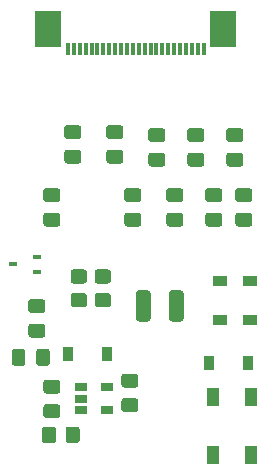
<source format=gbr>
%TF.GenerationSoftware,KiCad,Pcbnew,(5.1.10)-1*%
%TF.CreationDate,2021-11-28T18:03:10+01:00*%
%TF.ProjectId,M5StampC3,4d355374-616d-4704-9333-2e6b69636164,rev?*%
%TF.SameCoordinates,Original*%
%TF.FileFunction,Paste,Top*%
%TF.FilePolarity,Positive*%
%FSLAX46Y46*%
G04 Gerber Fmt 4.6, Leading zero omitted, Abs format (unit mm)*
G04 Created by KiCad (PCBNEW (5.1.10)-1) date 2021-11-28 18:03:10*
%MOMM*%
%LPD*%
G01*
G04 APERTURE LIST*
%ADD10R,1.000000X1.500000*%
%ADD11R,0.900000X1.200000*%
%ADD12R,1.060000X0.650000*%
%ADD13R,2.300000X3.100000*%
%ADD14R,0.300000X1.100000*%
%ADD15R,0.700000X0.450000*%
%ADD16R,1.200000X0.900000*%
G04 APERTURE END LIST*
D10*
%TO.C,D5*%
X136203999Y-74004000D03*
X133003999Y-74004000D03*
X136203999Y-78904000D03*
X133003999Y-78904000D03*
%TD*%
D11*
%TO.C,D4*%
X132716000Y-71120000D03*
X136016000Y-71120000D03*
%TD*%
D12*
%TO.C,U1*%
X124056000Y-73198000D03*
X124056000Y-75098000D03*
X121856000Y-75098000D03*
X121856000Y-74148000D03*
X121856000Y-73198000D03*
%TD*%
%TO.C,R3*%
G36*
G01*
X120542000Y-77666001D02*
X120542000Y-76765999D01*
G75*
G02*
X120791999Y-76516000I249999J0D01*
G01*
X121492001Y-76516000D01*
G75*
G02*
X121742000Y-76765999I0J-249999D01*
G01*
X121742000Y-77666001D01*
G75*
G02*
X121492001Y-77916000I-249999J0D01*
G01*
X120791999Y-77916000D01*
G75*
G02*
X120542000Y-77666001I0J249999D01*
G01*
G37*
G36*
G01*
X118542000Y-77666001D02*
X118542000Y-76765999D01*
G75*
G02*
X118791999Y-76516000I249999J0D01*
G01*
X119492001Y-76516000D01*
G75*
G02*
X119742000Y-76765999I0J-249999D01*
G01*
X119742000Y-77666001D01*
G75*
G02*
X119492001Y-77916000I-249999J0D01*
G01*
X118791999Y-77916000D01*
G75*
G02*
X118542000Y-77666001I0J249999D01*
G01*
G37*
%TD*%
%TO.C,C14*%
G36*
G01*
X126459000Y-73210000D02*
X125509000Y-73210000D01*
G75*
G02*
X125259000Y-72960000I0J250000D01*
G01*
X125259000Y-72285000D01*
G75*
G02*
X125509000Y-72035000I250000J0D01*
G01*
X126459000Y-72035000D01*
G75*
G02*
X126709000Y-72285000I0J-250000D01*
G01*
X126709000Y-72960000D01*
G75*
G02*
X126459000Y-73210000I-250000J0D01*
G01*
G37*
G36*
G01*
X126459000Y-75285000D02*
X125509000Y-75285000D01*
G75*
G02*
X125259000Y-75035000I0J250000D01*
G01*
X125259000Y-74360000D01*
G75*
G02*
X125509000Y-74110000I250000J0D01*
G01*
X126459000Y-74110000D01*
G75*
G02*
X126709000Y-74360000I0J-250000D01*
G01*
X126709000Y-75035000D01*
G75*
G02*
X126459000Y-75285000I-250000J0D01*
G01*
G37*
%TD*%
%TO.C,C13*%
G36*
G01*
X118905000Y-74618000D02*
X119855000Y-74618000D01*
G75*
G02*
X120105000Y-74868000I0J-250000D01*
G01*
X120105000Y-75543000D01*
G75*
G02*
X119855000Y-75793000I-250000J0D01*
G01*
X118905000Y-75793000D01*
G75*
G02*
X118655000Y-75543000I0J250000D01*
G01*
X118655000Y-74868000D01*
G75*
G02*
X118905000Y-74618000I250000J0D01*
G01*
G37*
G36*
G01*
X118905000Y-72543000D02*
X119855000Y-72543000D01*
G75*
G02*
X120105000Y-72793000I0J-250000D01*
G01*
X120105000Y-73468000D01*
G75*
G02*
X119855000Y-73718000I-250000J0D01*
G01*
X118905000Y-73718000D01*
G75*
G02*
X118655000Y-73468000I0J250000D01*
G01*
X118655000Y-72793000D01*
G75*
G02*
X118905000Y-72543000I250000J0D01*
G01*
G37*
%TD*%
D13*
%TO.C,U2*%
X119072000Y-42870000D03*
X133912000Y-42870000D03*
D14*
X120742000Y-44570000D03*
X121242000Y-44570000D03*
X121742000Y-44570000D03*
X122242000Y-44570000D03*
X122742000Y-44570000D03*
X123242000Y-44570000D03*
X123742000Y-44570000D03*
X124242000Y-44570000D03*
X124742000Y-44570000D03*
X125242000Y-44570000D03*
X125742000Y-44570000D03*
X126242000Y-44570000D03*
X126742000Y-44570000D03*
X127242000Y-44570000D03*
X127742000Y-44570000D03*
X128242000Y-44570000D03*
X128742000Y-44570000D03*
X129242000Y-44570000D03*
X129742000Y-44570000D03*
X130242000Y-44570000D03*
X130742000Y-44570000D03*
X131242000Y-44570000D03*
X131742000Y-44570000D03*
X132242000Y-44570000D03*
%TD*%
%TO.C,L1*%
G36*
G01*
X129299000Y-67369000D02*
X129299000Y-65219000D01*
G75*
G02*
X129549000Y-64969000I250000J0D01*
G01*
X130299000Y-64969000D01*
G75*
G02*
X130549000Y-65219000I0J-250000D01*
G01*
X130549000Y-67369000D01*
G75*
G02*
X130299000Y-67619000I-250000J0D01*
G01*
X129549000Y-67619000D01*
G75*
G02*
X129299000Y-67369000I0J250000D01*
G01*
G37*
G36*
G01*
X126499000Y-67369000D02*
X126499000Y-65219000D01*
G75*
G02*
X126749000Y-64969000I250000J0D01*
G01*
X127499000Y-64969000D01*
G75*
G02*
X127749000Y-65219000I0J-250000D01*
G01*
X127749000Y-67369000D01*
G75*
G02*
X127499000Y-67619000I-250000J0D01*
G01*
X126749000Y-67619000D01*
G75*
G02*
X126499000Y-67369000I0J250000D01*
G01*
G37*
%TD*%
D15*
%TO.C,Q1*%
X116094000Y-62778000D03*
X118094000Y-62128000D03*
X118094000Y-63428000D03*
%TD*%
%TO.C,R2*%
G36*
G01*
X123247999Y-65210000D02*
X124148001Y-65210000D01*
G75*
G02*
X124398000Y-65459999I0J-249999D01*
G01*
X124398000Y-66160001D01*
G75*
G02*
X124148001Y-66410000I-249999J0D01*
G01*
X123247999Y-66410000D01*
G75*
G02*
X122998000Y-66160001I0J249999D01*
G01*
X122998000Y-65459999D01*
G75*
G02*
X123247999Y-65210000I249999J0D01*
G01*
G37*
G36*
G01*
X123247999Y-63210000D02*
X124148001Y-63210000D01*
G75*
G02*
X124398000Y-63459999I0J-249999D01*
G01*
X124398000Y-64160001D01*
G75*
G02*
X124148001Y-64410000I-249999J0D01*
G01*
X123247999Y-64410000D01*
G75*
G02*
X122998000Y-64160001I0J249999D01*
G01*
X122998000Y-63459999D01*
G75*
G02*
X123247999Y-63210000I249999J0D01*
G01*
G37*
%TD*%
%TO.C,R1*%
G36*
G01*
X121215999Y-65210000D02*
X122116001Y-65210000D01*
G75*
G02*
X122366000Y-65459999I0J-249999D01*
G01*
X122366000Y-66160001D01*
G75*
G02*
X122116001Y-66410000I-249999J0D01*
G01*
X121215999Y-66410000D01*
G75*
G02*
X120966000Y-66160001I0J249999D01*
G01*
X120966000Y-65459999D01*
G75*
G02*
X121215999Y-65210000I249999J0D01*
G01*
G37*
G36*
G01*
X121215999Y-63210000D02*
X122116001Y-63210000D01*
G75*
G02*
X122366000Y-63459999I0J-249999D01*
G01*
X122366000Y-64160001D01*
G75*
G02*
X122116001Y-64410000I-249999J0D01*
G01*
X121215999Y-64410000D01*
G75*
G02*
X120966000Y-64160001I0J249999D01*
G01*
X120966000Y-63459999D01*
G75*
G02*
X121215999Y-63210000I249999J0D01*
G01*
G37*
%TD*%
D16*
%TO.C,D1*%
X133604000Y-67476000D03*
X133604000Y-64176000D03*
%TD*%
%TO.C,D2*%
X136144000Y-64176000D03*
X136144000Y-67476000D03*
%TD*%
D11*
%TO.C,D3*%
X120778000Y-70398000D03*
X124078000Y-70398000D03*
%TD*%
%TO.C,C12*%
G36*
G01*
X117635000Y-67800000D02*
X118585000Y-67800000D01*
G75*
G02*
X118835000Y-68050000I0J-250000D01*
G01*
X118835000Y-68725000D01*
G75*
G02*
X118585000Y-68975000I-250000J0D01*
G01*
X117635000Y-68975000D01*
G75*
G02*
X117385000Y-68725000I0J250000D01*
G01*
X117385000Y-68050000D01*
G75*
G02*
X117635000Y-67800000I250000J0D01*
G01*
G37*
G36*
G01*
X117635000Y-65725000D02*
X118585000Y-65725000D01*
G75*
G02*
X118835000Y-65975000I0J-250000D01*
G01*
X118835000Y-66650000D01*
G75*
G02*
X118585000Y-66900000I-250000J0D01*
G01*
X117635000Y-66900000D01*
G75*
G02*
X117385000Y-66650000I0J250000D01*
G01*
X117385000Y-65975000D01*
G75*
G02*
X117635000Y-65725000I250000J0D01*
G01*
G37*
%TD*%
%TO.C,C9*%
G36*
G01*
X121633000Y-52168000D02*
X120683000Y-52168000D01*
G75*
G02*
X120433000Y-51918000I0J250000D01*
G01*
X120433000Y-51243000D01*
G75*
G02*
X120683000Y-50993000I250000J0D01*
G01*
X121633000Y-50993000D01*
G75*
G02*
X121883000Y-51243000I0J-250000D01*
G01*
X121883000Y-51918000D01*
G75*
G02*
X121633000Y-52168000I-250000J0D01*
G01*
G37*
G36*
G01*
X121633000Y-54243000D02*
X120683000Y-54243000D01*
G75*
G02*
X120433000Y-53993000I0J250000D01*
G01*
X120433000Y-53318000D01*
G75*
G02*
X120683000Y-53068000I250000J0D01*
G01*
X121633000Y-53068000D01*
G75*
G02*
X121883000Y-53318000I0J-250000D01*
G01*
X121883000Y-53993000D01*
G75*
G02*
X121633000Y-54243000I-250000J0D01*
G01*
G37*
%TD*%
%TO.C,C6*%
G36*
G01*
X126713000Y-57502000D02*
X125763000Y-57502000D01*
G75*
G02*
X125513000Y-57252000I0J250000D01*
G01*
X125513000Y-56577000D01*
G75*
G02*
X125763000Y-56327000I250000J0D01*
G01*
X126713000Y-56327000D01*
G75*
G02*
X126963000Y-56577000I0J-250000D01*
G01*
X126963000Y-57252000D01*
G75*
G02*
X126713000Y-57502000I-250000J0D01*
G01*
G37*
G36*
G01*
X126713000Y-59577000D02*
X125763000Y-59577000D01*
G75*
G02*
X125513000Y-59327000I0J250000D01*
G01*
X125513000Y-58652000D01*
G75*
G02*
X125763000Y-58402000I250000J0D01*
G01*
X126713000Y-58402000D01*
G75*
G02*
X126963000Y-58652000I0J-250000D01*
G01*
X126963000Y-59327000D01*
G75*
G02*
X126713000Y-59577000I-250000J0D01*
G01*
G37*
%TD*%
%TO.C,C4*%
G36*
G01*
X130269000Y-57502000D02*
X129319000Y-57502000D01*
G75*
G02*
X129069000Y-57252000I0J250000D01*
G01*
X129069000Y-56577000D01*
G75*
G02*
X129319000Y-56327000I250000J0D01*
G01*
X130269000Y-56327000D01*
G75*
G02*
X130519000Y-56577000I0J-250000D01*
G01*
X130519000Y-57252000D01*
G75*
G02*
X130269000Y-57502000I-250000J0D01*
G01*
G37*
G36*
G01*
X130269000Y-59577000D02*
X129319000Y-59577000D01*
G75*
G02*
X129069000Y-59327000I0J250000D01*
G01*
X129069000Y-58652000D01*
G75*
G02*
X129319000Y-58402000I250000J0D01*
G01*
X130269000Y-58402000D01*
G75*
G02*
X130519000Y-58652000I0J-250000D01*
G01*
X130519000Y-59327000D01*
G75*
G02*
X130269000Y-59577000I-250000J0D01*
G01*
G37*
%TD*%
%TO.C,C2*%
G36*
G01*
X133571000Y-57502000D02*
X132621000Y-57502000D01*
G75*
G02*
X132371000Y-57252000I0J250000D01*
G01*
X132371000Y-56577000D01*
G75*
G02*
X132621000Y-56327000I250000J0D01*
G01*
X133571000Y-56327000D01*
G75*
G02*
X133821000Y-56577000I0J-250000D01*
G01*
X133821000Y-57252000D01*
G75*
G02*
X133571000Y-57502000I-250000J0D01*
G01*
G37*
G36*
G01*
X133571000Y-59577000D02*
X132621000Y-59577000D01*
G75*
G02*
X132371000Y-59327000I0J250000D01*
G01*
X132371000Y-58652000D01*
G75*
G02*
X132621000Y-58402000I250000J0D01*
G01*
X133571000Y-58402000D01*
G75*
G02*
X133821000Y-58652000I0J-250000D01*
G01*
X133821000Y-59327000D01*
G75*
G02*
X133571000Y-59577000I-250000J0D01*
G01*
G37*
%TD*%
%TO.C,C10*%
G36*
G01*
X118052000Y-71127000D02*
X118052000Y-70177000D01*
G75*
G02*
X118302000Y-69927000I250000J0D01*
G01*
X118977000Y-69927000D01*
G75*
G02*
X119227000Y-70177000I0J-250000D01*
G01*
X119227000Y-71127000D01*
G75*
G02*
X118977000Y-71377000I-250000J0D01*
G01*
X118302000Y-71377000D01*
G75*
G02*
X118052000Y-71127000I0J250000D01*
G01*
G37*
G36*
G01*
X115977000Y-71127000D02*
X115977000Y-70177000D01*
G75*
G02*
X116227000Y-69927000I250000J0D01*
G01*
X116902000Y-69927000D01*
G75*
G02*
X117152000Y-70177000I0J-250000D01*
G01*
X117152000Y-71127000D01*
G75*
G02*
X116902000Y-71377000I-250000J0D01*
G01*
X116227000Y-71377000D01*
G75*
G02*
X115977000Y-71127000I0J250000D01*
G01*
G37*
%TD*%
%TO.C,C7*%
G36*
G01*
X119855000Y-57502000D02*
X118905000Y-57502000D01*
G75*
G02*
X118655000Y-57252000I0J250000D01*
G01*
X118655000Y-56577000D01*
G75*
G02*
X118905000Y-56327000I250000J0D01*
G01*
X119855000Y-56327000D01*
G75*
G02*
X120105000Y-56577000I0J-250000D01*
G01*
X120105000Y-57252000D01*
G75*
G02*
X119855000Y-57502000I-250000J0D01*
G01*
G37*
G36*
G01*
X119855000Y-59577000D02*
X118905000Y-59577000D01*
G75*
G02*
X118655000Y-59327000I0J250000D01*
G01*
X118655000Y-58652000D01*
G75*
G02*
X118905000Y-58402000I250000J0D01*
G01*
X119855000Y-58402000D01*
G75*
G02*
X120105000Y-58652000I0J-250000D01*
G01*
X120105000Y-59327000D01*
G75*
G02*
X119855000Y-59577000I-250000J0D01*
G01*
G37*
%TD*%
%TO.C,C8*%
G36*
G01*
X136111000Y-57502000D02*
X135161000Y-57502000D01*
G75*
G02*
X134911000Y-57252000I0J250000D01*
G01*
X134911000Y-56577000D01*
G75*
G02*
X135161000Y-56327000I250000J0D01*
G01*
X136111000Y-56327000D01*
G75*
G02*
X136361000Y-56577000I0J-250000D01*
G01*
X136361000Y-57252000D01*
G75*
G02*
X136111000Y-57502000I-250000J0D01*
G01*
G37*
G36*
G01*
X136111000Y-59577000D02*
X135161000Y-59577000D01*
G75*
G02*
X134911000Y-59327000I0J250000D01*
G01*
X134911000Y-58652000D01*
G75*
G02*
X135161000Y-58402000I250000J0D01*
G01*
X136111000Y-58402000D01*
G75*
G02*
X136361000Y-58652000I0J-250000D01*
G01*
X136361000Y-59327000D01*
G75*
G02*
X136111000Y-59577000I-250000J0D01*
G01*
G37*
%TD*%
%TO.C,C11*%
G36*
G01*
X125189000Y-52168000D02*
X124239000Y-52168000D01*
G75*
G02*
X123989000Y-51918000I0J250000D01*
G01*
X123989000Y-51243000D01*
G75*
G02*
X124239000Y-50993000I250000J0D01*
G01*
X125189000Y-50993000D01*
G75*
G02*
X125439000Y-51243000I0J-250000D01*
G01*
X125439000Y-51918000D01*
G75*
G02*
X125189000Y-52168000I-250000J0D01*
G01*
G37*
G36*
G01*
X125189000Y-54243000D02*
X124239000Y-54243000D01*
G75*
G02*
X123989000Y-53993000I0J250000D01*
G01*
X123989000Y-53318000D01*
G75*
G02*
X124239000Y-53068000I250000J0D01*
G01*
X125189000Y-53068000D01*
G75*
G02*
X125439000Y-53318000I0J-250000D01*
G01*
X125439000Y-53993000D01*
G75*
G02*
X125189000Y-54243000I-250000J0D01*
G01*
G37*
%TD*%
%TO.C,C5*%
G36*
G01*
X128745000Y-52422000D02*
X127795000Y-52422000D01*
G75*
G02*
X127545000Y-52172000I0J250000D01*
G01*
X127545000Y-51497000D01*
G75*
G02*
X127795000Y-51247000I250000J0D01*
G01*
X128745000Y-51247000D01*
G75*
G02*
X128995000Y-51497000I0J-250000D01*
G01*
X128995000Y-52172000D01*
G75*
G02*
X128745000Y-52422000I-250000J0D01*
G01*
G37*
G36*
G01*
X128745000Y-54497000D02*
X127795000Y-54497000D01*
G75*
G02*
X127545000Y-54247000I0J250000D01*
G01*
X127545000Y-53572000D01*
G75*
G02*
X127795000Y-53322000I250000J0D01*
G01*
X128745000Y-53322000D01*
G75*
G02*
X128995000Y-53572000I0J-250000D01*
G01*
X128995000Y-54247000D01*
G75*
G02*
X128745000Y-54497000I-250000J0D01*
G01*
G37*
%TD*%
%TO.C,C3*%
G36*
G01*
X132047000Y-52422000D02*
X131097000Y-52422000D01*
G75*
G02*
X130847000Y-52172000I0J250000D01*
G01*
X130847000Y-51497000D01*
G75*
G02*
X131097000Y-51247000I250000J0D01*
G01*
X132047000Y-51247000D01*
G75*
G02*
X132297000Y-51497000I0J-250000D01*
G01*
X132297000Y-52172000D01*
G75*
G02*
X132047000Y-52422000I-250000J0D01*
G01*
G37*
G36*
G01*
X132047000Y-54497000D02*
X131097000Y-54497000D01*
G75*
G02*
X130847000Y-54247000I0J250000D01*
G01*
X130847000Y-53572000D01*
G75*
G02*
X131097000Y-53322000I250000J0D01*
G01*
X132047000Y-53322000D01*
G75*
G02*
X132297000Y-53572000I0J-250000D01*
G01*
X132297000Y-54247000D01*
G75*
G02*
X132047000Y-54497000I-250000J0D01*
G01*
G37*
%TD*%
%TO.C,C1*%
G36*
G01*
X135349000Y-52422000D02*
X134399000Y-52422000D01*
G75*
G02*
X134149000Y-52172000I0J250000D01*
G01*
X134149000Y-51497000D01*
G75*
G02*
X134399000Y-51247000I250000J0D01*
G01*
X135349000Y-51247000D01*
G75*
G02*
X135599000Y-51497000I0J-250000D01*
G01*
X135599000Y-52172000D01*
G75*
G02*
X135349000Y-52422000I-250000J0D01*
G01*
G37*
G36*
G01*
X135349000Y-54497000D02*
X134399000Y-54497000D01*
G75*
G02*
X134149000Y-54247000I0J250000D01*
G01*
X134149000Y-53572000D01*
G75*
G02*
X134399000Y-53322000I250000J0D01*
G01*
X135349000Y-53322000D01*
G75*
G02*
X135599000Y-53572000I0J-250000D01*
G01*
X135599000Y-54247000D01*
G75*
G02*
X135349000Y-54497000I-250000J0D01*
G01*
G37*
%TD*%
M02*

</source>
